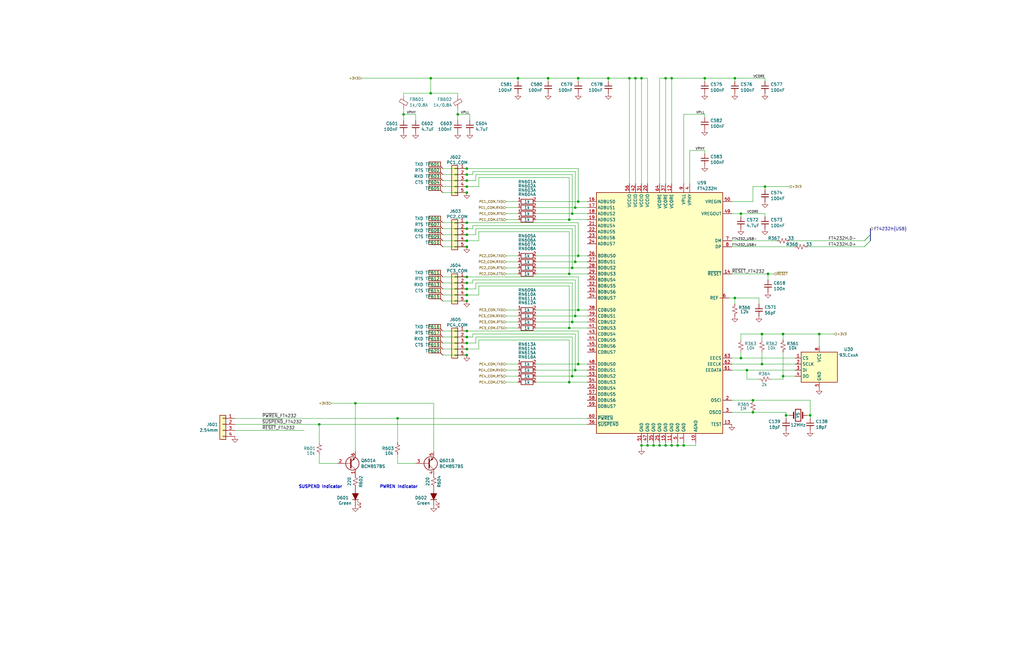
<source format=kicad_sch>
(kicad_sch (version 20250114) (generator "eeschema") (generator_version "9.0")
  (paper "B")
  (bus_alias "USB" (members "D+" "D-" "PWR_SW"))
  (text "PWREN Indicator" (at 168.148 205.486 0) (effects (font (size 1.27 1.27) (thickness 0.254) (bold yes))))
  (text "SUSPEND Indicator" (at 135.128 205.486 0) (effects (font (size 1.27 1.27) (thickness 0.254) (bold yes))))
  (junction (at 256.54 33.02))
  (junction (at 297.18 33.02))
  (junction (at 265.43 33.02))
  (junction (at 345.44 140.97))
  (junction (at 193.04 48.26))
  (junction (at 196.85 144.78))
  (junction (at 243.84 153.67))
  (junction (at 317.5 173.99))
  (junction (at 283.21 33.02))
  (junction (at 196.85 81.28))
  (junction (at 317.5 168.91))
  (junction (at 273.05 187.96))
  (junction (at 181.61 33.02))
  (junction (at 241.3 90.17))
  (junction (at 181.61 39.37))
  (junction (at 149.86 170.18))
  (junction (at 196.85 142.24))
  (junction (at 321.31 140.97))
  (junction (at 331.47 175.26))
  (junction (at 196.85 101.6))
  (junction (at 267.97 33.02))
  (junction (at 196.85 93.98))
  (junction (at 231.14 33.02))
  (junction (at 196.85 96.52))
  (junction (at 285.75 187.96))
  (junction (at 242.57 110.49))
  (junction (at 330.2 140.97))
  (junction (at 134.62 179.07))
  (junction (at 312.42 90.17))
  (junction (at 243.84 107.95))
  (junction (at 242.57 133.35))
  (junction (at 218.44 33.02))
  (junction (at 270.51 33.02))
  (junction (at 167.64 176.53))
  (junction (at 321.31 153.67))
  (junction (at 270.51 187.96))
  (junction (at 196.85 73.66))
  (junction (at 196.85 139.7))
  (junction (at 196.85 76.2))
  (junction (at 196.85 147.32))
  (junction (at 196.85 99.06))
  (junction (at 240.03 161.29))
  (junction (at 288.29 187.96))
  (junction (at 243.84 85.09))
  (junction (at 280.67 33.02))
  (junction (at 241.3 158.75))
  (junction (at 196.85 78.74))
  (junction (at 240.03 115.57))
  (junction (at 242.57 87.63))
  (junction (at 196.85 121.92))
  (junction (at 330.2 158.75))
  (junction (at 240.03 138.43))
  (junction (at 196.85 104.14))
  (junction (at 196.85 119.38))
  (junction (at 196.85 124.46))
  (junction (at 243.84 33.02))
  (junction (at 341.63 175.26))
  (junction (at 170.18 48.26))
  (junction (at 241.3 113.03))
  (junction (at 196.85 116.84))
  (junction (at 312.42 151.13))
  (junction (at 240.03 92.71))
  (junction (at 280.67 187.96))
  (junction (at 309.88 33.02))
  (junction (at 323.85 115.57))
  (junction (at 322.58 78.74))
  (junction (at 196.85 71.12))
  (junction (at 242.57 156.21))
  (junction (at 275.59 187.96))
  (junction (at 314.96 156.21))
  (junction (at 278.13 187.96))
  (junction (at 196.85 149.86))
  (junction (at 309.88 125.73))
  (junction (at 196.85 127))
  (junction (at 241.3 135.89))
  (junction (at 243.84 130.81))
  (junction (at 283.21 187.96))
  (bus_entry (at 367.03 99.06) (size -2.54 2.54))
  (bus_entry (at 367.03 99.06) (size -2.54 2.54))
  (bus_entry (at 367.03 101.6) (size -2.54 2.54))
  (bus_entry (at 367.03 101.6) (size -2.54 2.54))
  (wire (pts (xy 243.84 33.02) (xy 231.14 33.02)))
  (wire (pts (xy 240.03 115.57) (xy 247.65 115.57)))
  (wire (pts (xy 320.04 128.27) (xy 320.04 125.73)))
  (wire (pts (xy 196.85 147.32) (xy 186.69 147.32)))
  (wire (pts (xy 226.06 115.57) (xy 240.03 115.57)))
  (wire (pts (xy 351.79 140.97) (xy 345.44 140.97)))
  (wire (pts (xy 213.36 87.63) (xy 218.44 87.63)))
  (wire (pts (xy 241.3 90.17) (xy 247.65 90.17)))
  (wire (pts (xy 309.88 125.73) (xy 309.88 128.27)))
  (wire (pts (xy 226.06 133.35) (xy 242.57 133.35)))
  (wire (pts (xy 278.13 186.69) (xy 278.13 187.96)))
  (wire (pts (xy 297.18 63.5) (xy 290.83 63.5)))
  (wire (pts (xy 201.93 97.79) (xy 240.03 97.79)))
  (wire (pts (xy 308.61 101.6) (xy 327.66 101.6)))
  (wire (pts (xy 288.29 187.96) (xy 293.37 187.96)))
  (wire (pts (xy 267.97 33.02) (xy 270.51 33.02)))
  (wire (pts (xy 312.42 140.97) (xy 312.42 143.51)))
  (wire (pts (xy 317.5 78.74) (xy 322.58 78.74)))
  (wire (pts (xy 341.63 176.53) (xy 341.63 175.26)))
  (wire (pts (xy 196.85 116.84) (xy 243.84 116.84)))
  (wire (pts (xy 320.04 160.02) (xy 314.96 160.02)))
  (wire (pts (xy 280.67 33.02) (xy 278.13 33.02)))
  (wire (pts (xy 270.51 33.02) (xy 270.51 77.47)))
  (wire (pts (xy 267.97 33.02) (xy 267.97 77.47)))
  (wire (pts (xy 196.85 121.92) (xy 200.66 121.92)))
  (wire (pts (xy 308.61 90.17) (xy 312.42 90.17)))
  (wire (pts (xy 181.61 39.37) (xy 193.04 39.37)))
  (wire (pts (xy 317.5 85.09) (xy 317.5 78.74)))
  (wire (pts (xy 332.74 101.6) (xy 364.49 101.6)))
  (wire (pts (xy 331.47 173.99) (xy 331.47 175.26)))
  (wire (pts (xy 170.18 48.26) (xy 170.18 50.8)))
  (wire (pts (xy 199.39 73.66) (xy 199.39 72.39)))
  (wire (pts (xy 243.84 71.12) (xy 243.84 85.09)))
  (wire (pts (xy 170.18 39.37) (xy 181.61 39.37)))
  (wire (pts (xy 312.42 148.59) (xy 312.42 151.13)))
  (wire (pts (xy 308.61 85.09) (xy 317.5 85.09)))
  (wire (pts (xy 213.36 85.09) (xy 218.44 85.09)))
  (wire (pts (xy 314.96 156.21) (xy 314.96 160.02)))
  (wire (pts (xy 193.04 48.26) (xy 193.04 45.72)))
  (wire (pts (xy 213.36 138.43) (xy 218.44 138.43)))
  (wire (pts (xy 213.36 90.17) (xy 218.44 90.17)))
  (wire (pts (xy 226.06 85.09) (xy 243.84 85.09)))
  (wire (pts (xy 196.85 81.28) (xy 186.69 81.28)))
  (wire (pts (xy 331.47 176.53) (xy 331.47 175.26)))
  (wire (pts (xy 182.88 190.5) (xy 182.88 170.18)))
  (wire (pts (xy 242.57 156.21) (xy 247.65 156.21)))
  (wire (pts (xy 288.29 48.26) (xy 288.29 77.47)))
  (wire (pts (xy 201.93 124.46) (xy 201.93 120.65)))
  (wire (pts (xy 198.12 48.26) (xy 193.04 48.26)))
  (wire (pts (xy 326.39 115.57) (xy 323.85 115.57)))
  (wire (pts (xy 256.54 33.02) (xy 265.43 33.02)))
  (wire (pts (xy 193.04 48.26) (xy 193.04 50.8)))
  (wire (pts (xy 196.85 124.46) (xy 186.69 124.46)))
  (wire (pts (xy 242.57 87.63) (xy 247.65 87.63)))
  (wire (pts (xy 280.67 187.96) (xy 283.21 187.96)))
  (wire (pts (xy 241.3 135.89) (xy 247.65 135.89)))
  (wire (pts (xy 196.85 119.38) (xy 199.39 119.38)))
  (wire (pts (xy 283.21 33.02) (xy 297.18 33.02)))
  (wire (pts (xy 200.66 99.06) (xy 200.66 96.52)))
  (wire (pts (xy 196.85 121.92) (xy 186.69 121.92)))
  (wire (pts (xy 196.85 139.7) (xy 243.84 139.7)))
  (wire (pts (xy 201.93 147.32) (xy 201.93 143.51)))
  (wire (pts (xy 201.93 74.93) (xy 240.03 74.93)))
  (wire (pts (xy 308.61 151.13) (xy 312.42 151.13)))
  (wire (pts (xy 309.88 33.02) (xy 297.18 33.02)))
  (wire (pts (xy 201.93 120.65) (xy 240.03 120.65)))
  (wire (pts (xy 288.29 187.96) (xy 285.75 187.96)))
  (wire (pts (xy 321.31 153.67) (xy 335.28 153.67)))
  (wire (pts (xy 283.21 187.96) (xy 285.75 187.96)))
  (wire (pts (xy 200.66 73.66) (xy 241.3 73.66)))
  (wire (pts (xy 213.36 156.21) (xy 218.44 156.21)))
  (wire (pts (xy 226.06 87.63) (xy 242.57 87.63)))
  (wire (pts (xy 196.85 142.24) (xy 186.69 142.24)))
  (wire (pts (xy 280.67 33.02) (xy 280.67 77.47)))
  (wire (pts (xy 196.85 99.06) (xy 200.66 99.06)))
  (wire (pts (xy 317.5 173.99) (xy 331.47 173.99)))
  (wire (pts (xy 265.43 33.02) (xy 267.97 33.02)))
  (wire (pts (xy 196.85 76.2) (xy 200.66 76.2)))
  (wire (pts (xy 321.31 140.97) (xy 312.42 140.97)))
  (wire (pts (xy 309.88 33.02) (xy 322.58 33.02)))
  (wire (pts (xy 322.58 91.44) (xy 322.58 90.17)))
  (wire (pts (xy 240.03 143.51) (xy 240.03 161.29)))
  (wire (pts (xy 199.39 96.52) (xy 199.39 95.25)))
  (wire (pts (xy 231.14 34.29) (xy 231.14 33.02)))
  (wire (pts (xy 134.62 186.69) (xy 134.62 179.07)))
  (wire (pts (xy 309.88 34.29) (xy 309.88 33.02)))
  (wire (pts (xy 213.36 133.35) (xy 218.44 133.35)))
  (wire (pts (xy 196.85 78.74) (xy 186.69 78.74)))
  (wire (pts (xy 213.36 113.03) (xy 218.44 113.03)))
  (wire (pts (xy 213.36 153.67) (xy 218.44 153.67)))
  (wire (pts (xy 241.3 73.66) (xy 241.3 90.17)))
  (wire (pts (xy 240.03 97.79) (xy 240.03 115.57)))
  (wire (pts (xy 226.06 161.29) (xy 240.03 161.29)))
  (wire (pts (xy 322.58 34.29) (xy 322.58 33.02)))
  (wire (pts (xy 308.61 173.99) (xy 317.5 173.99)))
  (wire (pts (xy 198.12 48.26) (xy 198.12 50.8)))
  (wire (pts (xy 321.31 140.97) (xy 321.31 143.51)))
  (wire (pts (xy 243.84 130.81) (xy 247.65 130.81)))
  (wire (pts (xy 241.3 96.52) (xy 241.3 113.03)))
  (wire (pts (xy 226.06 130.81) (xy 243.84 130.81)))
  (wire (pts (xy 275.59 187.96) (xy 273.05 187.96)))
  (wire (pts (xy 196.85 124.46) (xy 201.93 124.46)))
  (wire (pts (xy 139.7 170.18) (xy 149.86 170.18)))
  (wire (pts (xy 323.85 118.11) (xy 323.85 115.57)))
  (wire (pts (xy 321.31 148.59) (xy 321.31 153.67)))
  (wire (pts (xy 196.85 127) (xy 186.69 127)))
  (wire (pts (xy 170.18 40.64) (xy 170.18 39.37)))
  (wire (pts (xy 196.85 139.7) (xy 186.69 139.7)))
  (wire (pts (xy 314.96 156.21) (xy 335.28 156.21)))
  (wire (pts (xy 293.37 186.69) (xy 293.37 187.96)))
  (wire (pts (xy 134.62 195.58) (xy 142.24 195.58)))
  (wire (pts (xy 196.85 144.78) (xy 200.66 144.78)))
  (wire (pts (xy 200.66 142.24) (xy 241.3 142.24)))
  (wire (pts (xy 226.06 90.17) (xy 241.3 90.17)))
  (wire (pts (xy 330.2 158.75) (xy 335.28 158.75)))
  (wire (pts (xy 181.61 39.37) (xy 181.61 33.02)))
  (wire (pts (xy 312.42 151.13) (xy 335.28 151.13)))
  (wire (pts (xy 240.03 74.93) (xy 240.03 92.71)))
  (wire (pts (xy 226.06 92.71) (xy 240.03 92.71)))
  (wire (pts (xy 241.3 142.24) (xy 241.3 158.75)))
  (wire (pts (xy 199.39 118.11) (xy 242.57 118.11)))
  (wire (pts (xy 322.58 78.74) (xy 332.74 78.74)))
  (wire (pts (xy 273.05 33.02) (xy 273.05 77.47)))
  (wire (pts (xy 196.85 144.78) (xy 186.69 144.78)))
  (wire (pts (xy 243.84 116.84) (xy 243.84 130.81)))
  (wire (pts (xy 201.93 101.6) (xy 201.93 97.79)))
  (wire (pts (xy 196.85 73.66) (xy 186.69 73.66)))
  (wire (pts (xy 270.51 186.69) (xy 270.51 187.96)))
  (wire (pts (xy 226.06 110.49) (xy 242.57 110.49)))
  (wire (pts (xy 196.85 76.2) (xy 186.69 76.2)))
  (wire (pts (xy 283.21 33.02) (xy 283.21 77.47)))
  (wire (pts (xy 242.57 110.49) (xy 247.65 110.49)))
  (wire (pts (xy 330.2 160.02) (xy 330.2 158.75)))
  (wire (pts (xy 213.36 158.75) (xy 218.44 158.75)))
  (wire (pts (xy 308.61 115.57) (xy 323.85 115.57)))
  (wire (pts (xy 134.62 179.07) (xy 247.65 179.07)))
  (wire (pts (xy 226.06 113.03) (xy 241.3 113.03)))
  (wire (pts (xy 196.85 101.6) (xy 186.69 101.6)))
  (wire (pts (xy 196.85 71.12) (xy 243.84 71.12)))
  (wire (pts (xy 241.3 119.38) (xy 241.3 135.89)))
  (wire (pts (xy 199.39 72.39) (xy 242.57 72.39)))
  (wire (pts (xy 99.06 181.61) (xy 128.27 181.61)))
  (wire (pts (xy 240.03 138.43) (xy 247.65 138.43)))
  (wire (pts (xy 243.84 107.95) (xy 247.65 107.95)))
  (wire (pts (xy 320.04 125.73) (xy 309.88 125.73)))
  (wire (pts (xy 167.64 195.58) (xy 175.26 195.58)))
  (wire (pts (xy 226.06 107.95) (xy 243.84 107.95)))
  (wire (pts (xy 196.85 101.6) (xy 201.93 101.6)))
  (wire (pts (xy 243.84 139.7) (xy 243.84 153.67)))
  (wire (pts (xy 226.06 138.43) (xy 240.03 138.43)))
  (wire (pts (xy 196.85 96.52) (xy 186.69 96.52)))
  (wire (pts (xy 240.03 120.65) (xy 240.03 138.43)))
  (wire (pts (xy 325.12 160.02) (xy 330.2 160.02)))
  (wire (pts (xy 152.4 33.02) (xy 181.61 33.02)))
  (wire (pts (xy 196.85 93.98) (xy 243.84 93.98)))
  (wire (pts (xy 297.18 49.53) (xy 297.18 48.26)))
  (wire (pts (xy 134.62 191.77) (xy 134.62 195.58)))
  (wire (pts (xy 201.93 78.74) (xy 201.93 74.93)))
  (wire (pts (xy 241.3 113.03) (xy 247.65 113.03)))
  (wire (pts (xy 99.06 179.07) (xy 134.62 179.07)))
  (wire (pts (xy 256.54 34.29) (xy 256.54 33.02)))
  (wire (pts (xy 330.2 158.75) (xy 330.2 148.59)))
  (wire (pts (xy 242.57 95.25) (xy 242.57 110.49)))
  (wire (pts (xy 199.39 95.25) (xy 242.57 95.25)))
  (bus (pts (xy 367.03 96.52) (xy 367.03 99.06)))
  (wire (pts (xy 200.66 96.52) (xy 241.3 96.52)))
  (wire (pts (xy 345.44 140.97) (xy 345.44 146.05)))
  (wire (pts (xy 200.66 119.38) (xy 241.3 119.38)))
  (wire (pts (xy 242.57 72.39) (xy 242.57 87.63)))
  (wire (pts (xy 273.05 186.69) (xy 273.05 187.96)))
  (wire (pts (xy 99.06 176.53) (xy 167.64 176.53)))
  (wire (pts (xy 275.59 186.69) (xy 275.59 187.96)))
  (wire (pts (xy 243.84 33.02) (xy 256.54 33.02)))
  (wire (pts (xy 308.61 104.14) (xy 335.28 104.14)))
  (wire (pts (xy 273.05 33.02) (xy 270.51 33.02)))
  (wire (pts (xy 200.66 76.2) (xy 200.66 73.66)))
  (wire (pts (xy 331.47 175.26) (xy 332.74 175.26)))
  (wire (pts (xy 312.42 90.17) (xy 322.58 90.17)))
  (wire (pts (xy 196.85 149.86) (xy 186.69 149.86)))
  (wire (pts (xy 341.63 175.26) (xy 340.36 175.26)))
  (wire (pts (xy 213.36 161.29) (xy 218.44 161.29)))
  (wire (pts (xy 196.85 104.14) (xy 186.69 104.14)))
  (wire (pts (xy 200.66 121.92) (xy 200.66 119.38)))
  (wire (pts (xy 149.86 190.5) (xy 149.86 170.18)))
  (wire (pts (xy 196.85 73.66) (xy 199.39 73.66)))
  (wire (pts (xy 265.43 33.02) (xy 265.43 77.47)))
  (wire (pts (xy 308.61 168.91) (xy 317.5 168.91)))
  (wire (pts (xy 241.3 158.75) (xy 247.65 158.75)))
  (wire (pts (xy 243.84 153.67) (xy 247.65 153.67)))
  (wire (pts (xy 273.05 187.96) (xy 270.51 187.96)))
  (wire (pts (xy 297.18 64.77) (xy 297.18 63.5)))
  (wire (pts (xy 283.21 33.02) (xy 280.67 33.02)))
  (wire (pts (xy 226.06 135.89) (xy 241.3 135.89)))
  (wire (pts (xy 280.67 187.96) (xy 278.13 187.96)))
  (wire (pts (xy 270.51 187.96) (xy 270.51 189.23)))
  (wire (pts (xy 317.5 168.91) (xy 341.63 168.91)))
  (wire (pts (xy 213.36 135.89) (xy 218.44 135.89)))
  (wire (pts (xy 280.67 186.69) (xy 280.67 187.96)))
  (wire (pts (xy 213.36 115.57) (xy 218.44 115.57)))
  (wire (pts (xy 226.06 158.75) (xy 241.3 158.75)))
  (wire (pts (xy 213.36 130.81) (xy 218.44 130.81)))
  (wire (pts (xy 167.64 176.53) (xy 247.65 176.53)))
  (wire (pts (xy 243.84 85.09) (xy 247.65 85.09)))
  (wire (pts (xy 278.13 187.96) (xy 275.59 187.96)))
  (wire (pts (xy 226.06 156.21) (xy 242.57 156.21)))
  (wire (pts (xy 167.64 191.77) (xy 167.64 195.58)))
  (wire (pts (xy 297.18 48.26) (xy 288.29 48.26)))
  (wire (pts (xy 181.61 33.02) (xy 218.44 33.02)))
  (wire (pts (xy 283.21 186.69) (xy 283.21 187.96)))
  (wire (pts (xy 288.29 186.69) (xy 288.29 187.96)))
  (wire (pts (xy 213.36 107.95) (xy 218.44 107.95)))
  (wire (pts (xy 330.2 140.97) (xy 321.31 140.97)))
  (wire (pts (xy 240.03 161.29) (xy 247.65 161.29)))
  (wire (pts (xy 196.85 142.24) (xy 199.39 142.24)))
  (wire (pts (xy 196.85 116.84) (xy 186.69 116.84)))
  (wire (pts (xy 196.85 96.52) (xy 199.39 96.52)))
  (wire (pts (xy 243.84 34.29) (xy 243.84 33.02)))
  (wire (pts (xy 196.85 119.38) (xy 186.69 119.38)))
  (wire (pts (xy 175.26 48.26) (xy 175.26 50.8)))
  (wire (pts (xy 341.63 168.91) (xy 341.63 175.26)))
  (wire (pts (xy 312.42 90.17) (xy 312.42 91.44)))
  (wire (pts (xy 308.61 153.67) (xy 321.31 153.67)))
  (wire (pts (xy 345.44 140.97) (xy 330.2 140.97)))
  (wire (pts (xy 242.57 118.11) (xy 242.57 133.35)))
  (wire (pts (xy 213.36 110.49) (xy 218.44 110.49)))
  (wire (pts (xy 199.39 119.38) (xy 199.39 118.11)))
  (wire (pts (xy 297.18 34.29) (xy 297.18 33.02)))
  (wire (pts (xy 213.36 92.71) (xy 218.44 92.71)))
  (wire (pts (xy 196.85 93.98) (xy 186.69 93.98)))
  (wire (pts (xy 196.85 147.32) (xy 201.93 147.32)))
  (wire (pts (xy 308.61 156.21) (xy 314.96 156.21)))
  (wire (pts (xy 322.58 80.01) (xy 322.58 78.74)))
  (wire (pts (xy 290.83 63.5) (xy 290.83 77.47)))
  (wire (pts (xy 242.57 133.35) (xy 247.65 133.35)))
  (wire (pts (xy 242.57 140.97) (xy 242.57 156.21)))
  (wire (pts (xy 199.39 142.24) (xy 199.39 140.97)))
  (wire (pts (xy 175.26 48.26) (xy 170.18 48.26)))
  (bus (pts (xy 367.03 99.06) (xy 367.03 101.6)))
  (wire (pts (xy 167.64 186.69) (xy 167.64 176.53)))
  (wire (pts (xy 201.93 143.51) (xy 240.03 143.51)))
  (wire (pts (xy 309.88 125.73) (xy 307.34 125.73)))
  (wire (pts (xy 170.18 48.26) (xy 170.18 45.72)))
  (wire (pts (xy 196.85 99.06) (xy 186.69 99.06)))
  (wire (pts (xy 196.85 71.12) (xy 186.69 71.12)))
  (wire (pts (xy 240.03 92.71) (xy 247.65 92.71)))
  (wire (pts (xy 285.75 186.69) (xy 285.75 187.96)))
  (wire (pts (xy 330.2 140.97) (xy 330.2 143.51)))
  (wire (pts (xy 340.36 104.14) (xy 364.49 104.14)))
  (wire (pts (xy 193.04 40.64) (xy 193.04 39.37)))
  (wire (pts (xy 149.86 170.18) (xy 182.88 170.18)))
  (wire (pts (xy 243.84 93.98) (xy 243.84 107.95)))
  (wire (pts (xy 226.06 153.67) (xy 243.84 153.67)))
  (wire (pts (xy 278.13 33.02) (xy 278.13 77.47)))
  (wire (pts (xy 231.14 33.02) (xy 218.44 33.02)))
  (wire (pts (xy 199.39 140.97) (xy 242.57 140.97)))
  (wire (pts (xy 196.85 78.74) (xy 201.93 78.74)))
  (wire (pts (xy 200.66 144.78) (xy 200.66 142.24)))
  (wire (pts (xy 218.44 34.29) (xy 218.44 33.02)))
  (label "~{SUSPEND}_FT4232" (at 110.49 179.07 0))
  (label "VPHY" (at 297.18 63.5 180) (effects (font (size 1 1))))
  (label "VPLL" (at 297.18 48.26 180) (effects (font (size 1 1))))
  (label "FT4232H.D+" (at 349.25 104.14 0))
  (label "~{RESET}_FT4232" (at 110.5243 181.61 0))
  (label "VPLL" (at 194.31 48.26 0) (effects (font (size 1 1))))
  (label "FT4232_USB-" (at 308.61 101.6 0) (effects (font (size 1 1))))
  (label "~{PWREN}_FT4232" (at 110.5243 176.53 0))
  (label "FT4232_USB+" (at 308.61 104.14 0) (effects (font (size 1 1))))
  (label "VCORE" (at 314.96 90.17 0) (effects (font (size 1 1))))
  (label "~{RESET}_FT4232" (at 308.61 115.57 0))
  (label "VCORE" (at 322.58 33.02 180) (effects (font (size 1 1))))
  (label "VPHY" (at 171.45 48.26 0) (effects (font (size 1 1))))
  (label "FT4232H.D-" (at 349.25 101.6 0))
  (hierarchical_label "PC1_COM.CTS" (shape input) (at 213.36 92.71 180) (effects (font (size 1 1))))
  (hierarchical_label "PC1_COM.TXD" (shape input) (at 213.36 85.09 180) (effects (font (size 1 1))))
  (hierarchical_label "+3V3" (shape input) (at 139.7 170.18 180) (effects (font (size 1 1))))
  (hierarchical_label "PC2_COM.RTS" (shape input) (at 213.36 113.03 180) (effects (font (size 1 1))))
  (hierarchical_label "+3V3" (shape input) (at 152.4 33.02 180) (effects (font (size 1 1))))
  (hierarchical_label "PC1_COM.RTS" (shape input) (at 213.36 90.17 180) (effects (font (size 1 1))))
  (hierarchical_label "PC4_COM.RTS" (shape input) (at 213.36 158.75 180) (effects (font (size 1 1))))
  (hierarchical_label "PC4_COM.TXD" (shape input) (at 213.36 153.67 180) (effects (font (size 1 1))))
  (hierarchical_label "PC4_COM.CTS" (shape input) (at 213.36 161.29 180) (effects (font (size 1 1))))
  (hierarchical_label "PC1_COM.RXD" (shape input) (at 213.36 87.63 180) (effects (font (size 1 1))))
  (hierarchical_label "PC3_COM.RXD" (shape input) (at 213.36 133.35 180) (effects (font (size 1 1))))
  (hierarchical_label "PC2_COM.CTS" (shape input) (at 213.36 115.57 180) (effects (font (size 1 1))))
  (hierarchical_label "~{RESET}" (shape input) (at 326.39 115.57 0) (effects (font (size 1 1))))
  (hierarchical_label "PC3_COM.TXD" (shape input) (at 213.36 130.81 180) (effects (font (size 1 1))))
  (hierarchical_label "PC2_COM.RXD" (shape input) (at 213.36 110.49 180) (effects (font (size 1 1))))
  (hierarchical_label "PC2_COM.TXD" (shape input) (at 213.36 107.95 180) (effects (font (size 1 1))))
  (hierarchical_label "FT4232H{USB}" (shape bidirectional) (at 367.03 96.52 0))
  (hierarchical_label "PC4_COM.RXD" (shape input) (at 213.36 156.21 180) (effects (font (size 1 1))))
  (hierarchical_label "+3V3" (shape input) (at 351.79 140.97 0) (effects (font (size 1 1))))
  (hierarchical_label "PC3_COM.CTS" (shape input) (at 213.36 138.43 180) (effects (font (size 1 1))))
  (hierarchical_label "PC3_COM.RTS" (shape input) (at 213.36 135.89 180) (effects (font (size 1 1))))
  (hierarchical_label "+3V3" (shape input) (at 332.74 78.74 0) (effects (font (size 1 1))))
  (symbol (lib_id "power:GND") (at 170.18 55.88 0) (mirror y) (unit 1)
    (property "Reference" "#PWR0603" (effects (hide yes)))
    (property "Value" "GND" (effects (hide yes)))
    (property "Description" "Power symbol creates a global label with name \"GND\" , ground" (effects (hide yes)))
  )
  (symbol (lib_id "Device:R_Small_US") (at 312.42 146.05 0) (mirror y) (unit 1)
    (property "Reference" "R606" (at 316.484 145.034 0))
    (property "Value" "10k" (at 316.484 146.812 0))
    (property "Footprint" "Resistor_SMD:R_0402_1005Metric" (effects (hide yes)))
    (property "Description" "Resistor, small US symbol" (effects (hide yes)))
    (instances (project "PilotAudioPanel" (path "" (reference "R363") (unit 1))) (project "COM Switcher" (path "" (reference "R606") (unit 1))))
  )
  (symbol (lib_id "Connector:TestPoint_Flag") (at 186.69 124.46 0) (mirror y) (unit 1)
    (property "Reference" "TP614" (at 185.42 122.682 0) (effects (justify left)))
    (property "Value" "CTS" (at 178.562 122.682 0) (effects (justify left)))
    (property "Footprint" "Libraries:KEYSTONE_5017" (effects (hide yes)))
    (property "Description" "test point (alternative flag-style design)" (effects (hide yes)))
  )
  (symbol (lib_id "power:GND") (at 149.86 213.36 0) (unit 1)
    (property "Reference" "#PWR0602" (effects (hide yes)))
    (property "Value" "GND" (effects (hide yes)))
    (property "Description" "Power symbol creates a global label with name \"GND\" , ground" (effects (hide yes)))
  )
  (symbol (lib_id "Library_MicSwitcher:R_Network04_Split") (at 222.25 135.89 90) (unit 1)
    (property "Reference" "RN611" (at 222.25 125.984 90))
    (property "Value" "1k" (at 222.25 135.89 90))
    (property "Footprint" "Resistor_SMD:R_Array_Convex_4x1206" (effects (hide yes)))
    (property "Datasheet" "http://www.vishay.com/docs/31509/csc.pdf" (effects (hide yes)))
    (property "Description" "4 resistor network, star topology, bussed resistors, split" (effects (hide yes)))
  )
  (symbol (lib_id "Library_MicSwitcher:R_Network04_Split") (at 222.25 158.75 90) (unit 1)
    (property "Reference" "RN615" (at 222.25 148.844 90))
    (property "Value" "1k" (at 222.25 158.75 90))
    (property "Footprint" "Resistor_SMD:R_Array_Convex_4x1206" (effects (hide yes)))
    (property "Datasheet" "http://www.vishay.com/docs/31509/csc.pdf" (effects (hide yes)))
    (property "Description" "4 resistor network, star topology, bussed resistors, split" (effects (hide yes)))
  )
  (symbol (lib_id "Library_MicSwitcher:R_Network04_Split") (at 222.25 90.17 90) (unit 1)
    (property "Reference" "RN603" (at 222.25 80.264 90))
    (property "Value" "1k" (at 222.25 90.17 90))
    (property "Footprint" "Resistor_SMD:R_Array_Convex_4x1206" (effects (hide yes)))
    (property "Datasheet" "http://www.vishay.com/docs/31509/csc.pdf" (effects (hide yes)))
    (property "Description" "4 resistor network, star topology, bussed resistors, split" (effects (hide yes)))
  )
  (symbol (lib_id "Library_MicSwitcher:R_Network04_Split") (at 222.25 113.03 90) (unit 1)
    (property "Reference" "RN607" (at 222.25 103.124 90))
    (property "Value" "1k" (at 222.25 113.03 90))
    (property "Footprint" "Resistor_SMD:R_Array_Convex_4x1206" (effects (hide yes)))
    (property "Datasheet" "http://www.vishay.com/docs/31509/csc.pdf" (effects (hide yes)))
    (property "Description" "4 resistor network, star topology, bussed resistors, split" (effects (hide yes)))
  )
  (symbol (lib_id "Connector:TestPoint_Flag") (at 186.69 119.38 0) (mirror y) (unit 1)
    (property "Reference" "TP612" (at 185.42 117.602 0) (effects (justify left)))
    (property "Value" "RTS" (at 178.562 117.602 0) (effects (justify left)))
    (property "Footprint" "Libraries:KEYSTONE_5017" (effects (hide yes)))
    (property "Description" "test point (alternative flag-style design)" (effects (hide yes)))
  )
  (symbol (lib_id "power:GND") (at 231.14 39.37 0) (mirror y) (unit 1)
    (property "Reference" "#PWR0613" (effects (hide yes)))
    (property "Value" "GND" (effects (hide yes)))
    (property "Description" "Power symbol creates a global label with name \"GND\" , ground" (effects (hide yes)))
    (instances (project "PilotAudioPanel" (path "" (reference "#PWR0751") (unit 1))) (project "COM Switcher" (path "" (reference "#PWR0613") (unit 1))))
  )
  (symbol (lib_id "Device:R_Small_US") (at 321.31 146.05 0) (mirror y) (unit 1)
    (property "Reference" "R608" (at 325.374 145.034 0))
    (property "Value" "10k" (at 325.374 146.812 0))
    (property "Footprint" "Resistor_SMD:R_0402_1005Metric" (effects (hide yes)))
    (property "Description" "Resistor, small US symbol" (effects (hide yes)))
    (instances (project "PilotAudioPanel" (path "" (reference "R362") (unit 1))) (project "COM Switcher" (path "" (reference "R608") (unit 1))))
  )
  (symbol (lib_id "Connector:TestPoint_Flag") (at 186.69 93.98 0) (mirror y) (unit 1)
    (property "Reference" "TP606" (at 185.42 92.202 0) (effects (justify left)))
    (property "Value" "TXD" (at 178.562 92.202 0) (effects (justify left)))
    (property "Footprint" "Libraries:KEYSTONE_5017" (effects (hide yes)))
    (property "Description" "test point (alternative flag-style design)" (effects (hide yes)))
  )
  (symbol (lib_id "Connector:TestPoint_Flag") (at 186.69 99.06 0) (mirror y) (unit 1)
    (property "Reference" "TP608" (at 185.42 97.282 0) (effects (justify left)))
    (property "Value" "RXD" (at 178.562 97.282 0) (effects (justify left)))
    (property "Footprint" "Libraries:KEYSTONE_5017" (effects (hide yes)))
    (property "Description" "test point (alternative flag-style design)" (effects (hide yes)))
  )
  (symbol (lib_id "Connector:TestPoint_Flag") (at 186.69 81.28 0) (mirror y) (unit 1)
    (property "Reference" "TP605" (at 185.42 79.502 0) (effects (justify left)))
    (property "Footprint" "Libraries:KEYSTONE_5017" (effects (hide yes)))
    (property "Description" "test point (alternative flag-style design)" (effects (hide yes)))
  )
  (symbol (lib_id "Device:C_Small") (at 218.44 36.83 0) (mirror y) (unit 1)
    (property "Reference" "C605" (at 216.1159 35.6241 0) (effects (justify left)))
    (property "Value" "100nF" (at 216.1159 38.0484 0) (effects (justify left)))
    (property "Footprint" "Capacitor_SMD:C_0402_1005Metric" (effects (hide yes)))
    (property "Description" "Unpolarized capacitor, small symbol" (effects (hide yes)))
    (instances (project "PilotAudioPanel" (path "" (reference "C581") (unit 1))) (project "COM Switcher" (path "" (reference "C605") (unit 1))))
  )
  (symbol (lib_id "Device:C_Small") (at 231.14 36.83 0) (mirror y) (unit 1)
    (property "Reference" "C606" (at 228.8159 35.6241 0) (effects (justify left)))
    (property "Value" "100nF" (at 228.8159 38.0484 0) (effects (justify left)))
    (property "Footprint" "Capacitor_SMD:C_0402_1005Metric" (effects (hide yes)))
    (property "Description" "Unpolarized capacitor, small symbol" (effects (hide yes)))
    (instances (project "PilotAudioPanel" (path "" (reference "C580") (unit 1))) (project "COM Switcher" (path "" (reference "C606") (unit 1))))
  )
  (symbol (lib_id "Device:FerriteBead_Small") (at 170.18 43.18 0) (unit 1)
    (property "Reference" "FB601" (at 172.6438 41.9297 0) (effects (justify left)))
    (property "Value" "1k/0.8A" (at 172.6438 44.354 0) (effects (justify left)))
    (property "Footprint" "Inductor_SMD:L_1206_3216Metric_Pad1.22x1.90mm_HandSolder" (effects (hide yes)))
    (property "Description" "Ferrite bead, small symbol" (effects (hide yes)))
  )
  (symbol (lib_id "Connector_Generic:Conn_01x05") (at 191.77 144.78 0) (mirror y) (unit 1)
    (property "Reference" "J605" (at 192.024 134.874 0))
    (property "Value" "PC4_COM" (at 192.786 137.16 0))
    (property "Footprint" "Connector_JST:JST_PH_S6B-PH-K_1x06_P2.00mm_Horizontal" (effects (hide yes)))
    (property "Description" "Generic connector, single row, 01x05, script generated (kicad-library-utils/schlib/autogen/connector/)" (effects (hide yes)))
  )
  (symbol (lib_id "power:GND") (at 218.44 39.37 0) (mirror y) (unit 1)
    (property "Reference" "#PWR0612" (effects (hide yes)))
    (property "Value" "GND" (effects (hide yes)))
    (property "Description" "Power symbol creates a global label with name \"GND\" , ground" (effects (hide yes)))
    (instances (project "PilotAudioPanel" (path "" (reference "#PWR0752") (unit 1))) (project "COM Switcher" (path "" (reference "#PWR0612") (unit 1))))
  )
  (symbol (lib_id "Device:R_Small_US") (at 167.64 189.23 0) (unit 1)
    (property "Reference" "R603" (at 163.576 189.23 0))
    (property "Value" "10k" (at 164.084 191.262 0))
    (property "Footprint" "Resistor_SMD:R_0402_1005Metric" (effects (hide yes)))
    (property "Description" "Resistor, small US symbol" (effects (hide yes)))
  )
  (symbol (lib_id "Transistor_BJT:DMMT5401") (at 147.32 195.58 0) (mirror x) (unit 1)
    (property "Reference" "Q601" (at 152.1714 194.3678 0) (effects (justify left)))
    (property "Value" "BCM857BS" (at 152.1714 196.7921 0) (effects (justify left)))
    (property "Footprint" "Package_TO_SOT_SMD:SOT-363_SC-70-6" (effects (hide yes)))
    (property "Datasheet" "https://www.diodes.com/assets/Datasheets/BCM857BS.pdf" (effects (hide yes)))
    (property "Description" "Dual PNP transistor, 6 pin package" (effects (hide yes)))
  )
  (symbol (lib_id "power:GND") (at 297.18 69.85 0) (unit 1)
    (property "Reference" "#PWR0619" (effects (hide yes)))
    (property "Value" "GND" (effects (hide yes)))
    (property "Description" "Power symbol creates a global label with name \"GND\" , ground" (effects (hide yes)))
    (instances (project "PilotAudioPanel" (path "" (reference "#PWR0754") (unit 1))) (project "COM Switcher" (path "" (reference "#PWR0619") (unit 1))))
  )
  (symbol (lib_id "Connector:TestPoint_Flag") (at 186.69 149.86 0) (mirror y) (unit 1)
    (property "Reference" "TP620" (at 185.42 148.082 0) (effects (justify left)))
    (property "Footprint" "Libraries:KEYSTONE_5017" (effects (hide yes)))
    (property "Description" "test point (alternative flag-style design)" (effects (hide yes)))
  )
  (symbol (lib_id "Device:R_Small_US") (at 149.86 203.2 180) (unit 1)
    (property "Reference" "R602" (at 152.146 203.2 90))
    (property "Value" "220" (at 147.32 203.2 90))
    (property "Footprint" "Resistor_SMD:R_0402_1005Metric" (effects (hide yes)))
    (property "Description" "Resistor, small US symbol" (effects (hide yes)))
  )
  (symbol (lib_id "Device:C_Small") (at 175.26 53.34 0) (unit 1)
    (property "Reference" "C602" (at 177.5841 52.1341 0) (effects (justify left)))
    (property "Value" "4.7uF" (at 177.5841 54.5584 0) (effects (justify left)))
    (property "Footprint" "Capacitor_SMD:C_0603_1608Metric" (effects (hide yes)))
    (property "Description" "Unpolarized capacitor, small symbol" (effects (hide yes)))
  )
  (symbol (lib_id "power:GND") (at 331.47 181.61 0) (mirror y) (unit 1)
    (property "Reference" "#PWR0629" (effects (hide yes)))
    (property "Value" "GND" (effects (hide yes)))
    (property "Description" "Power symbol creates a global label with name \"GND\" , ground" (effects (hide yes)))
    (instances (project "PilotAudioPanel" (path "" (reference "#PWR0237") (unit 1))) (project "COM Switcher" (path "" (reference "#PWR0629") (unit 1))))
  )
  (symbol (lib_id "power:GND") (at 243.84 39.37 0) (mirror y) (unit 1)
    (property "Reference" "#PWR0614" (effects (hide yes)))
    (property "Value" "GND" (effects (hide yes)))
    (property "Description" "Power symbol creates a global label with name \"GND\" , ground" (effects (hide yes)))
    (instances (project "PilotAudioPanel" (path "" (reference "#PWR0750") (unit 1))) (project "COM Switcher" (path "" (reference "#PWR0614") (unit 1))))
  )
  (symbol (lib_id "power:GND") (at 309.88 133.35 0) (unit 1)
    (property "Reference" "#PWR0622" (effects (hide yes)))
    (property "Value" "GND" (effects (hide yes)))
    (property "Description" "Power symbol creates a global label with name \"GND\" , ground" (effects (hide yes)))
    (instances (project "PilotAudioPanel" (path "" (reference "#PWR0741") (unit 1))) (project "COM Switcher" (path "" (reference "#PWR0622") (unit 1))))
  )
  (symbol (lib_id "Device:LED_Filled") (at 149.86 209.55 90) (unit 1)
    (property "Reference" "D601" (at 147.066 210.058 90) (effects (justify left)))
    (property "Value" "Green" (at 148.336 212.344 90) (effects (justify left)))
    (property "Footprint" "LED_SMD:LED_0603_1608Metric" (effects (hide yes)))
    (property "Description" "Light emitting diode, filled shape" (effects (hide yes)))
    (property "DigiKey Part Number" "732-5016-ND" (effects (hide yes)))
  )
  (symbol (lib_id "Device:C_Small") (at 322.58 93.98 0) (unit 1)
    (property "Reference" "C617" (at 324.9041 92.7741 0) (effects (justify left)))
    (property "Value" "100nF" (at 324.9041 95.1984 0) (effects (justify left)))
    (property "Footprint" "Capacitor_SMD:C_0402_1005Metric" (effects (hide yes)))
    (property "Description" "Unpolarized capacitor, small symbol" (effects (hide yes)))
    (instances (project "PilotAudioPanel" (path "" (reference "C573") (unit 1))) (project "COM Switcher" (path "" (reference "C617") (unit 1))))
  )
  (symbol (lib_id "Device:C_Small") (at 341.63 179.07 0) (unit 1)
    (property "Reference" "C620" (at 343.9541 177.8641 0) (effects (justify left)))
    (property "Value" "18pF" (at 343.9541 180.2884 0) (effects (justify left)))
    (property "Footprint" "Capacitor_SMD:C_0402_1005Metric" (effects (hide yes)))
    (property "Description" "Unpolarized capacitor, small symbol" (effects (hide yes)))
    (instances (project "PilotAudioPanel" (path "" (reference "C138") (unit 1))) (project "COM Switcher" (path "" (reference "C620") (unit 1))))
  )
  (symbol (lib_id "Device:R_Small_US") (at 337.82 104.14 90) (mirror x) (unit 1)
    (property "Reference" "R612" (at 334.01 103.124 90))
    (property "Value" "33" (at 341.122 103.124 90))
    (property "Footprint" "Resistor_SMD:R_0402_1005Metric" (effects (hide yes)))
    (property "Description" "Resistor, small US symbol" (effects (hide yes)))
    (instances (project "PilotAudioPanel" (path "" (reference "R368") (unit 1))) (project "COM Switcher" (path "" (reference "R612") (unit 1))))
  )
  (symbol (lib_id "power:GND") (at 297.18 54.61 0) (unit 1)
    (property "Reference" "#PWR0618" (effects (hide yes)))
    (property "Value" "GND" (effects (hide yes)))
    (property "Description" "Power symbol creates a global label with name \"GND\" , ground" (effects (hide yes)))
    (instances (project "PilotAudioPanel" (path "" (reference "#PWR0753") (unit 1))) (project "COM Switcher" (path "" (reference "#PWR0618") (unit 1))))
  )
  (symbol (lib_id "Device:C_Small") (at 193.04 53.34 0) (mirror y) (unit 1)
    (property "Reference" "C603" (at 190.7159 52.1341 0) (effects (justify left)))
    (property "Value" "100nF" (at 190.7159 54.5584 0) (effects (justify left)))
    (property "Footprint" "Capacitor_SMD:C_0402_1005Metric" (effects (hide yes)))
    (property "Description" "Unpolarized capacitor, small symbol" (effects (hide yes)))
  )
  (symbol (lib_id "Library_MicSwitcher:R_Network04_Split") (at 222.25 138.43 90) (unit 1)
    (property "Reference" "RN612" (at 222.25 127.762 90))
    (property "Value" "1k" (at 222.25 138.43 90))
    (property "Footprint" "Resistor_SMD:R_Array_Convex_4x1206" (effects (hide yes)))
    (property "Datasheet" "http://www.vishay.com/docs/31509/csc.pdf" (effects (hide yes)))
    (property "Description" "4 resistor network, star topology, bussed resistors, split" (effects (hide yes)))
  )
  (symbol (lib_id "Library_MicSwitcher:R_Network04_Split") (at 222.25 161.29 90) (unit 1)
    (property "Reference" "RN616" (at 222.25 150.622 90))
    (property "Value" "1k" (at 222.25 161.29 90))
    (property "Footprint" "Resistor_SMD:R_Array_Convex_4x1206" (effects (hide yes)))
    (property "Datasheet" "http://www.vishay.com/docs/31509/csc.pdf" (effects (hide yes)))
    (property "Description" "4 resistor network, star topology, bussed resistors, split" (effects (hide yes)))
  )
  (symbol (lib_id "Library_MicSwitcher:R_Network04_Split") (at 222.25 92.71 90) (unit 1)
    (property "Reference" "RN604" (at 222.25 82.042 90))
    (property "Value" "1k" (at 222.25 92.71 90))
    (property "Footprint" "Resistor_SMD:R_Array_Convex_4x1206" (effects (hide yes)))
    (property "Datasheet" "http://www.vishay.com/docs/31509/csc.pdf" (effects (hide yes)))
    (property "Description" "4 resistor network, star topology, bussed resistors, split" (effects (hide yes)))
  )
  (symbol (lib_id "Library_MicSwitcher:R_Network04_Split") (at 222.25 115.57 90) (unit 1)
    (property "Reference" "RN608" (at 222.25 104.902 90))
    (property "Value" "1k" (at 222.25 115.57 90))
    (property "Footprint" "Resistor_SMD:R_Array_Convex_4x1206" (effects (hide yes)))
    (property "Datasheet" "http://www.vishay.com/docs/31509/csc.pdf" (effects (hide yes)))
    (property "Description" "4 resistor network, star topology, bussed resistors, split" (effects (hide yes)))
  )
  (symbol (lib_id "Device:R_Small_US") (at 309.88 130.81 0) (mirror y) (unit 1)
    (property "Reference" "R605" (at 313.944 129.794 0))
    (property "Value" "12k" (at 313.944 131.572 0))
    (property "Footprint" "Resistor_SMD:R_0402_1005Metric" (effects (hide yes)))
    (property "Description" "Resistor, small US symbol" (effects (hide yes)))
    (instances (project "PilotAudioPanel" (path "" (reference "R366") (unit 1))) (project "COM Switcher" (path "" (reference "R605") (unit 1))))
  )
  (symbol (lib_id "Device:Crystal") (at 336.55 175.26 0) (unit 1)
    (property "Reference" "Y601" (at 336.55 175.26 90))
    (property "Value" "12MHz" (at 336.55 179.324 0))
    (property "Footprint" "Crystal:Crystal_SMD_Abracon_ABM8AIG-4Pin_3.2x2.5mm" (effects (hide yes)))
    (property "Datasheet" "https://abracon.com/Resonators/ABS07.pdf" (effects (hide yes)))
    (property "Description" "Two pin crystal" (effects (hide yes)))
    (instances (project "PilotAudioPanel" (path "" (reference "Y5") (unit 1))) (project "COM Switcher" (path "" (reference "Y601") (unit 1))))
  )
  (symbol (lib_id "Device:C_Small") (at 323.85 120.65 0) (unit 1)
    (property "Reference" "C618" (at 326.1741 119.4441 0) (effects (justify left)))
    (property "Value" "100n" (at 326.1741 121.8684 0) (effects (justify left)))
    (property "Footprint" "Capacitor_SMD:C_0402_1005Metric" (effects (hide yes)))
    (property "Description" "Unpolarized capacitor, small symbol" (effects (hide yes)))
  )
  (symbol (lib_id "Device:R_Small_US") (at 317.5 171.45 0) (mirror x) (unit 1)
    (property "Reference" "R607" (at 313.436 170.688 0))
    (property "Value" "1M" (at 313.436 172.466 0))
    (property "Footprint" "Resistor_SMD:R_0402_1005Metric" (effects (hide yes)))
    (property "Description" "Resistor, small US symbol" (effects (hide yes)))
    (instances (project "PilotAudioPanel" (path "" (reference "R365") (unit 1))) (project "COM Switcher" (path "" (reference "R607") (unit 1))))
  )
  (symbol (lib_id "Device:R_Small_US") (at 330.2 146.05 0) (mirror y) (unit 1)
    (property "Reference" "R611" (at 334.264 145.034 0))
    (property "Value" "10k" (at 334.264 146.812 0))
    (property "Footprint" "Resistor_SMD:R_0402_1005Metric" (effects (hide yes)))
    (property "Description" "Resistor, small US symbol" (effects (hide yes)))
    (instances (project "PilotAudioPanel" (path "" (reference "R361") (unit 1))) (project "COM Switcher" (path "" (reference "R611") (unit 1))))
  )
  (symbol (lib_id "Device:C_Small") (at 170.18 53.34 0) (mirror y) (unit 1)
    (property "Reference" "C601" (at 167.8559 52.1341 0) (effects (justify left)))
    (property "Value" "100nF" (at 167.8559 54.5584 0) (effects (justify left)))
    (property "Footprint" "Capacitor_SMD:C_0402_1005Metric" (effects (hide yes)))
    (property "Description" "Unpolarized capacitor, small symbol" (effects (hide yes)))
  )
  (symbol (lib_id "Device:C_Small") (at 320.04 130.81 0) (unit 1)
    (property "Reference" "C614" (at 322.3641 129.6041 0) (effects (justify left)))
    (property "Value" "56pF" (at 322.3641 132.0284 0) (effects (justify left)))
    (property "Footprint" "Capacitor_SMD:C_0402_1005Metric" (effects (hide yes)))
    (property "Description" "Unpolarized capacitor, small symbol" (effects (hide yes)))
    (instances (project "PilotAudioPanel" (path "" (reference "C571") (unit 1))) (project "COM Switcher" (path "" (reference "C614") (unit 1))))
  )
  (symbol (lib_id "Device:C_Small") (at 312.42 93.98 0) (unit 1)
    (property "Reference" "C613" (at 314.7441 92.7741 0) (effects (justify left)))
    (property "Value" "4.7uF" (at 314.7441 95.1984 0) (effects (justify left)))
    (property "Footprint" "Capacitor_SMD:C_0603_1608Metric" (effects (hide yes)))
    (property "Description" "Unpolarized capacitor, small symbol" (effects (hide yes)))
    (instances (project "PilotAudioPanel" (path "" (reference "C572") (unit 1))) (project "COM Switcher" (path "" (reference "C613") (unit 1))))
  )
  (symbol (lib_id "Device:R_Small_US") (at 330.2 101.6 90) (mirror x) (unit 1)
    (property "Reference" "R610" (at 326.39 100.584 90))
    (property "Value" "33" (at 333.502 100.584 90))
    (property "Footprint" "Resistor_SMD:R_0402_1005Metric" (effects (hide yes)))
    (property "Description" "Resistor, small US symbol" (effects (hide yes)))
    (instances (project "PilotAudioPanel" (path "" (reference "R367") (unit 1))) (project "COM Switcher" (path "" (reference "R610") (unit 1))))
  )
  (symbol (lib_id "Connector:TestPoint_Flag") (at 186.69 104.14 0) (mirror y) (unit 1)
    (property "Reference" "TP610" (at 185.42 102.362 0) (effects (justify left)))
    (property "Footprint" "Libraries:KEYSTONE_5017" (effects (hide yes)))
    (property "Description" "test point (alternative flag-style design)" (effects (hide yes)))
  )
  (symbol (lib_id "Connector_Generic:Conn_01x04") (at 93.98 179.07 0) (mirror y) (unit 1)
    (property "Reference" "J601" (at 91.948 179.1278 0) (effects (justify left)))
    (property "Value" "2.54mm" (at 91.948 181.5521 0) (effects (justify left)))
    (property "Footprint" "Connector_PinHeader_2.54mm:PinHeader_1x04_P2.54mm_Vertical" (effects (hide yes)))
    (property "Description" "Generic connector, single row, 01x04, script generated (kicad-library-utils/schlib/autogen/connector/)" (effects (hide yes)))
  )
  (symbol (lib_id "power:GND") (at 193.04 55.88 0) (mirror y) (unit 1)
    (property "Reference" "#PWR0606" (effects (hide yes)))
    (property "Value" "GND" (effects (hide yes)))
    (property "Description" "Power symbol creates a global label with name \"GND\" , ground" (effects (hide yes)))
  )
  (symbol (lib_id "Connector:TestPoint_Flag") (at 186.69 121.92 0) (mirror y) (unit 1)
    (property "Reference" "TP613" (at 185.42 120.142 0) (effects (justify left)))
    (property "Value" "RXD" (at 178.562 120.142 0) (effects (justify left)))
    (property "Footprint" "Libraries:KEYSTONE_5017" (effects (hide yes)))
    (property "Description" "test point (alternative flag-style design)" (effects (hide yes)))
  )
  (symbol (lib_id "Connector:TestPoint_Flag") (at 186.69 142.24 0) (mirror y) (unit 1)
    (property "Reference" "TP617" (at 185.42 140.462 0) (effects (justify left)))
    (property "Value" "RTS" (at 178.562 140.462 0) (effects (justify left)))
    (property "Footprint" "Libraries:KEYSTONE_5017" (effects (hide yes)))
    (property "Description" "test point (alternative flag-style design)" (effects (hide yes)))
  )
  (symbol (lib_id "power:GND") (at 256.54 39.37 0) (mirror y) (unit 1)
    (property "Reference" "#PWR0615" (effects (hide yes)))
    (property "Value" "GND" (effects (hide yes)))
    (property "Description" "Power symbol creates a global label with name \"GND\" , ground" (effects (hide yes)))
    (instances (project "PilotAudioPanel" (path "" (reference "#PWR0749") (unit 1))) (project "COM Switcher" (path "" (reference "#PWR0615") (unit 1))))
  )
  (symbol (lib_id "Connector_Generic:Conn_01x05") (at 191.77 121.92 0) (mirror y) (unit 1)
    (property "Reference" "J604" (at 192.024 112.014 0))
    (property "Value" "PC3_COM" (at 192.786 114.3 0))
    (property "Footprint" "Connector_JST:JST_PH_S6B-PH-K_1x06_P2.00mm_Horizontal" (effects (hide yes)))
    (property "Description" "Generic connector, single row, 01x05, script generated (kicad-library-utils/schlib/autogen/connector/)" (effects (hide yes)))
  )
  (symbol (lib_id "power:GND") (at 196.85 81.28 0) (unit 1)
    (property "Reference" "#PWR0607" (effects (hide yes)))
    (property "Value" "GND" (effects (hide yes)))
    (property "Description" "Power symbol creates a global label with name \"GND\" , ground" (effects (hide yes)))
  )
  (symbol (lib_id "Connector:TestPoint_Flag") (at 186.69 78.74 0) (mirror y) (unit 1)
    (property "Reference" "TP604" (at 185.42 76.962 0) (effects (justify left)))
    (property "Value" "CTS" (at 178.562 76.962 0) (effects (justify left)))
    (property "Footprint" "Libraries:KEYSTONE_5017" (effects (hide yes)))
    (property "Description" "test point (alternative flag-style design)" (effects (hide yes)))
  )
  (symbol (lib_id "power:GND") (at 312.42 96.52 0) (unit 1)
    (property "Reference" "#PWR0623" (effects (hide yes)))
    (property "Value" "GND" (effects (hide yes)))
    (property "Description" "Power symbol creates a global label with name \"GND\" , ground" (effects (hide yes)))
    (instances (project "PilotAudioPanel" (path "" (reference "#PWR0743") (unit 1))) (project "COM Switcher" (path "" (reference "#PWR0623") (unit 1))))
  )
  (symbol (lib_id "Connector_Generic:Conn_01x05") (at 191.77 99.06 0) (mirror y) (unit 1)
    (property "Reference" "J603" (at 192.024 89.154 0))
    (property "Value" "PC2_COM" (at 192.786 91.44 0))
    (property "Footprint" "Connector_JST:JST_PH_S6B-PH-K_1x06_P2.00mm_Horizontal" (effects (hide yes)))
    (property "Description" "Generic connector, single row, 01x05, script generated (kicad-library-utils/schlib/autogen/connector/)" (effects (hide yes)))
  )
  (symbol (lib_id "Transistor_BJT:DMMT5401") (at 180.34 195.58 0) (mirror x) (unit 2)
    (property "Reference" "Q601" (at 185.1914 194.3678 0) (effects (justify left)))
    (property "Value" "BCM857BS" (at 185.1914 196.7921 0) (effects (justify left)))
    (property "Footprint" "Package_TO_SOT_SMD:SOT-363_SC-70-6" (effects (hide yes)))
    (property "Datasheet" "https://www.diodes.com/assets/Datasheets/BCM857BS.pdf" (effects (hide yes)))
    (property "Description" "Dual PNP transistor, 6 pin package" (effects (hide yes)))
  )
  (symbol (lib_id "Device:R_Small_US") (at 182.88 203.2 180) (unit 1)
    (property "Reference" "R604" (at 185.166 203.2 90))
    (property "Value" "220" (at 180.34 203.2 90))
    (property "Footprint" "Resistor_SMD:R_0402_1005Metric" (effects (hide yes)))
    (property "Description" "Resistor, small US symbol" (effects (hide yes)))
  )
  (symbol (lib_id "Connector_Generic:Conn_01x05") (at 191.77 76.2 0) (mirror y) (unit 1)
    (property "Reference" "J602" (at 192.024 66.294 0))
    (property "Value" "PC1_COM" (at 192.786 68.58 0))
    (property "Footprint" "Connector_JST:JST_PH_S6B-PH-K_1x06_P2.00mm_Horizontal" (effects (hide yes)))
    (property "Description" "Generic connector, single row, 01x05, script generated (kicad-library-utils/schlib/autogen/connector/)" (effects (hide yes)))
  )
  (symbol (lib_id "Connector:TestPoint_Flag") (at 186.69 96.52 0) (mirror y) (unit 1)
    (property "Reference" "TP607" (at 185.42 94.742 0) (effects (justify left)))
    (property "Value" "RTS" (at 178.562 94.742 0) (effects (justify left)))
    (property "Footprint" "Libraries:KEYSTONE_5017" (effects (hide yes)))
    (property "Description" "test point (alternative flag-style design)" (effects (hide yes)))
  )
  (symbol (lib_id "Connector:TestPoint_Flag") (at 186.69 147.32 0) (mirror y) (unit 1)
    (property "Reference" "TP619" (at 185.42 145.542 0) (effects (justify left)))
    (property "Value" "CTS" (at 178.562 145.542 0) (effects (justify left)))
    (property "Footprint" "Libraries:KEYSTONE_5017" (effects (hide yes)))
    (property "Description" "test point (alternative flag-style design)" (effects (hide yes)))
  )
  (symbol (lib_id "Connector:TestPoint_Flag") (at 186.69 76.2 0) (mirror y) (unit 1)
    (property "Reference" "TP603" (at 185.42 74.422 0) (effects (justify left)))
    (property "Value" "RXD" (at 178.562 74.422 0) (effects (justify left)))
    (property "Footprint" "Libraries:KEYSTONE_5017" (effects (hide yes)))
    (property "Description" "test point (alternative flag-style design)" (effects (hide yes)))
  )
  (symbol (lib_id "power:GND") (at 320.04 133.35 0) (unit 1)
    (property "Reference" "#PWR0624" (effects (hide yes)))
    (property "Value" "GND" (effects (hide yes)))
    (property "Description" "Power symbol creates a global label with name \"GND\" , ground" (effects (hide yes)))
    (instances (project "PilotAudioPanel" (path "" (reference "#PWR0742") (unit 1))) (project "COM Switcher" (path "" (reference "#PWR0624") (unit 1))))
  )
  (symbol (lib_id "Device:C_Small") (at 331.47 179.07 0) (mirror y) (unit 1)
    (property "Reference" "C619" (at 329.1459 177.8641 0) (effects (justify left)))
    (property "Value" "18pF" (at 329.1459 180.2884 0) (effects (justify left)))
    (property "Footprint" "Capacitor_SMD:C_0402_1005Metric" (effects (hide yes)))
    (property "Description" "Unpolarized capacitor, small symbol" (effects (hide yes)))
    (instances (project "PilotAudioPanel" (path "" (reference "C139") (unit 1))) (project "COM Switcher" (path "" (reference "C619") (unit 1))))
  )
  (symbol (lib_id "Connector:TestPoint_Flag") (at 186.69 139.7 0) (mirror y) (unit 1)
    (property "Reference" "TP616" (at 185.42 137.922 0) (effects (justify left)))
    (property "Value" "TXD" (at 178.562 137.922 0) (effects (justify left)))
    (property "Footprint" "Libraries:KEYSTONE_5017" (effects (hide yes)))
    (property "Description" "test point (alternative flag-style design)" (effects (hide yes)))
  )
  (symbol (lib_id "power:GND") (at 175.26 55.88 0) (mirror y) (unit 1)
    (property "Reference" "#PWR0604" (effects (hide yes)))
    (property "Value" "GND" (effects (hide yes)))
    (property "Description" "Power symbol creates a global label with name \"GND\" , ground" (effects (hide yes)))
  )
  (symbol (lib_id "Library_MicSwitcher:R_Network04_Split") (at 222.25 133.35 90) (unit 1)
    (property "Reference" "RN610" (at 222.25 124.206 90))
    (property "Value" "1k" (at 222.25 133.35 90))
    (property "Footprint" "Resistor_SMD:R_Array_Convex_4x1206" (effects (hide yes)))
    (property "Datasheet" "http://www.vishay.com/docs/31509/csc.pdf" (effects (hide yes)))
    (property "Description" "4 resistor network, star topology, bussed resistors, split" (effects (hide yes)))
  )
  (symbol (lib_id "Library_MicSwitcher:R_Network04_Split") (at 222.25 156.21 90) (unit 1)
    (property "Reference" "RN614" (at 222.25 147.066 90))
    (property "Value" "1k" (at 222.25 156.21 90))
    (property "Footprint" "Resistor_SMD:R_Array_Convex_4x1206" (effects (hide yes)))
    (property "Datasheet" "http://www.vishay.com/docs/31509/csc.pdf" (effects (hide yes)))
    (property "Description" "4 resistor network, star topology, bussed resistors, split" (effects (hide yes)))
  )
  (symbol (lib_id "Library_MicSwitcher:R_Network04_Split") (at 222.25 87.63 90) (unit 1)
    (property "Reference" "RN602" (at 222.25 78.486 90))
    (property "Value" "1k" (at 222.25 87.63 90))
    (property "Footprint" "Resistor_SMD:R_Array_Convex_4x1206" (effects (hide yes)))
    (property "Datasheet" "http://www.vishay.com/docs/31509/csc.pdf" (effects (hide yes)))
    (property "Description" "4 resistor network, star topology, bussed resistors, split" (effects (hide yes)))
  )
  (symbol (lib_id "Library_MicSwitcher:R_Network04_Split") (at 222.25 110.49 90) (unit 1)
    (property "Reference" "RN606" (at 222.25 101.346 90))
    (property "Value" "1k" (at 222.25 110.49 90))
    (property "Footprint" "Resistor_SMD:R_Array_Convex_4x1206" (effects (hide yes)))
    (property "Datasheet" "http://www.vishay.com/docs/31509/csc.pdf" (effects (hide yes)))
    (property "Description" "4 resistor network, star topology, bussed resistors, split" (effects (hide yes)))
  )
  (symbol (lib_id "power:GND") (at 322.58 39.37 0) (unit 1)
    (property "Reference" "#PWR0625" (effects (hide yes)))
    (property "Value" "GND" (effects (hide yes)))
    (property "Description" "Power symbol creates a global label with name \"GND\" , ground" (effects (hide yes)))
    (instances (project "PilotAudioPanel" (path "" (reference "#PWR0748") (unit 1))) (project "COM Switcher" (path "" (reference "#PWR0625") (unit 1))))
  )
  (symbol (lib_id "Memory_EEPROM:93LCxxA") (at 345.44 156.21 0) (mirror y) (unit 1)
    (property "Reference" "U602" (at 357.8641 147.4234 0))
    (property "Value" "93LCxxA" (at 357.8641 149.8477 0))
    (property "Footprint" "Package_SO:SOIC-8-1EP_3.9x4.9mm_P1.27mm_EP2.29x3mm" (effects (hide yes)))
    (property "Datasheet" "http://ww1.microchip.com/downloads/en/DeviceDoc/20001749K.pdf" (effects (hide yes)))
    (property "Description" "Serial EEPROM, 93 Series, 2.5V, DIP-8/SOIC-8" (effects (hide yes)))
    (instances (project "" (path "" (reference "U30") (unit 1))) (project "COM Switcher" (path "" (reference "U602") (unit 1))))
  )
  (symbol (lib_id "Connector:TestPoint_Flag") (at 186.69 101.6 0) (mirror y) (unit 1)
    (property "Reference" "TP609" (at 185.42 99.822 0) (effects (justify left)))
    (property "Value" "CTS" (at 178.562 99.822 0) (effects (justify left)))
    (property "Footprint" "Libraries:KEYSTONE_5017" (effects (hide yes)))
    (property "Description" "test point (alternative flag-style design)" (effects (hide yes)))
  )
  (symbol (lib_id "power:GND") (at 322.58 85.09 0) (unit 1)
    (property "Reference" "#PWR0626" (effects (hide yes)))
    (property "Value" "GND" (effects (hide yes)))
    (property "Description" "Power symbol creates a global label with name \"GND\" , ground" (effects (hide yes)))
    (instances (project "PilotAudioPanel" (path "" (reference "#PWR0745") (unit 1))) (project "COM Switcher" (path "" (reference "#PWR0626") (unit 1))))
  )
  (symbol (lib_id "power:GND") (at 308.61 179.07 0) (mirror y) (unit 1)
    (property "Reference" "#PWR0620" (effects (hide yes)))
    (property "Value" "GND" (effects (hide yes)))
    (property "Description" "Power symbol creates a global label with name \"GND\" , ground" (effects (hide yes)))
    (instances (project "PilotAudioPanel" (path "" (reference "#PWR0238") (unit 1))) (project "COM Switcher" (path "" (reference "#PWR0620") (unit 1))))
  )
  (symbol (lib_id "Connector:TestPoint_Flag") (at 186.69 73.66 0) (mirror y) (unit 1)
    (property "Reference" "TP602" (at 185.42 71.882 0) (effects (justify left)))
    (property "Value" "RTS" (at 178.562 71.882 0) (effects (justify left)))
    (property "Footprint" "Libraries:KEYSTONE_5017" (effects (hide yes)))
    (property "Description" "test point (alternative flag-style design)" (effects (hide yes)))
  )
  (symbol (lib_id "power:GND") (at 270.51 189.23 0) (mirror y) (unit 1)
    (property "Reference" "#PWR0616" (effects (hide yes)))
    (property "Value" "GND" (effects (hide yes)))
    (property "Description" "Power symbol creates a global label with name \"GND\" , ground" (effects (hide yes)))
    (instances (project "PilotAudioPanel" (path "" (reference "#PWR0529") (unit 1))) (project "COM Switcher" (path "" (reference "#PWR0616") (unit 1))))
  )
  (symbol (lib_id "power:GND") (at 323.85 123.19 0) (unit 1)
    (property "Reference" "#PWR0628" (effects (hide yes)))
    (property "Value" "GND" (effects (hide yes)))
    (property "Description" "Power symbol creates a global label with name \"GND\" , ground" (effects (hide yes)))
  )
  (symbol (lib_id "Connector:TestPoint_Flag") (at 186.69 127 0) (mirror y) (unit 1)
    (property "Reference" "TP615" (at 185.42 125.222 0) (effects (justify left)))
    (property "Footprint" "Libraries:KEYSTONE_5017" (effects (hide yes)))
    (property "Description" "test point (alternative flag-style design)" (effects (hide yes)))
  )
  (symbol (lib_id "Device:LED_Filled") (at 182.88 209.55 90) (unit 1)
    (property "Reference" "D602" (at 180.086 210.058 90) (effects (justify left)))
    (property "Value" "Green" (at 181.356 212.344 90) (effects (justify left)))
    (property "Footprint" "LED_SMD:LED_0603_1608Metric" (effects (hide yes)))
    (property "Description" "Light emitting diode, filled shape" (effects (hide yes)))
    (property "DigiKey Part Number" "732-5016-ND" (effects (hide yes)))
  )
  (symbol (lib_id "Device:R_Small_US") (at 134.62 189.23 0) (unit 1)
    (property "Reference" "R601" (at 130.556 189.23 0))
    (property "Value" "10k" (at 131.064 191.262 0))
    (property "Footprint" "Resistor_SMD:R_0402_1005Metric" (effects (hide yes)))
    (property "Description" "Resistor, small US symbol" (effects (hide yes)))
  )
  (symbol (lib_id "Connector:TestPoint_Flag") (at 186.69 144.78 0) (mirror y) (unit 1)
    (property "Reference" "TP618" (at 185.42 143.002 0) (effects (justify left)))
    (property "Value" "RXD" (at 178.562 143.002 0) (effects (justify left)))
    (property "Footprint" "Libraries:KEYSTONE_5017" (effects (hide yes)))
    (property "Description" "test point (alternative flag-style design)" (effects (hide yes)))
  )
  (symbol (lib_id "Device:C_Small") (at 297.18 36.83 0) (unit 1)
    (property "Reference" "C609" (at 299.5041 35.6241 0) (effects (justify left)))
    (property "Value" "100nF" (at 299.5041 38.0484 0) (effects (justify left)))
    (property "Footprint" "Capacitor_SMD:C_0402_1005Metric" (effects (hide yes)))
    (property "Description" "Unpolarized capacitor, small symbol" (effects (hide yes)))
    (instances (project "PilotAudioPanel" (path "" (reference "C575") (unit 1))) (project "COM Switcher" (path "" (reference "C609") (unit 1))))
  )
  (symbol (lib_id "power:GND") (at 196.85 127 0) (unit 1)
    (property "Reference" "#PWR0609" (effects (hide yes)))
    (property "Value" "GND" (effects (hide yes)))
    (property "Description" "Power symbol creates a global label with name \"GND\" , ground" (effects (hide yes)))
  )
  (symbol (lib_id "power:GND") (at 196.85 149.86 0) (unit 1)
    (property "Reference" "#PWR0610" (effects (hide yes)))
    (property "Value" "GND" (effects (hide yes)))
    (property "Description" "Power symbol creates a global label with name \"GND\" , ground" (effects (hide yes)))
  )
  (symbol (lib_id "power:GND") (at 309.88 39.37 0) (unit 1)
    (property "Reference" "#PWR0621" (effects (hide yes)))
    (property "Value" "GND" (effects (hide yes)))
    (property "Description" "Power symbol creates a global label with name \"GND\" , ground" (effects (hide yes)))
    (instances (project "PilotAudioPanel" (path "" (reference "#PWR0747") (unit 1))) (project "COM Switcher" (path "" (reference "#PWR0621") (unit 1))))
  )
  (symbol (lib_id "Library_MicSwitcher:R_Network04_Split") (at 222.25 130.81 90) (unit 1)
    (property "Reference" "RN609" (at 222.25 122.428 90))
    (property "Value" "1k" (at 222.25 130.81 90))
    (property "Footprint" "Resistor_SMD:R_Array_Convex_4x1206" (effects (hide yes)))
    (property "Datasheet" "http://www.vishay.com/docs/31509/csc.pdf" (effects (hide yes)))
    (property "Description" "4 resistor network, star topology, bussed resistors, split" (effects (hide yes)))
  )
  (symbol (lib_id "Library_MicSwitcher:R_Network04_Split") (at 222.25 153.67 90) (unit 1)
    (property "Reference" "RN613" (at 222.25 145.288 90))
    (property "Value" "1k" (at 222.25 153.67 90))
    (property "Footprint" "Resistor_SMD:R_Array_Convex_4x1206" (effects (hide yes)))
    (property "Datasheet" "http://www.vishay.com/docs/31509/csc.pdf" (effects (hide yes)))
    (property "Description" "4 resistor network, star topology, bussed resistors, split" (effects (hide yes)))
  )
  (symbol (lib_id "Library_MicSwitcher:R_Network04_Split") (at 222.25 85.09 90) (unit 1)
    (property "Reference" "RN601" (at 222.25 76.708 90))
    (property "Value" "1k" (at 222.25 85.09 90))
    (property "Footprint" "Resistor_SMD:R_Array_Convex_4x1206" (effects (hide yes)))
    (property "Datasheet" "http://www.vishay.com/docs/31509/csc.pdf" (effects (hide yes)))
    (property "Description" "4 resistor network, star topology, bussed resistors, split" (effects (hide yes)))
  )
  (symbol (lib_id "Library_MicSwitcher:R_Network04_Split") (at 222.25 107.95 90) (unit 1)
    (property "Reference" "RN605" (at 222.25 99.568 90))
    (property "Value" "1k" (at 222.25 107.95 90))
    (property "Footprint" "Resistor_SMD:R_Array_Convex_4x1206" (effects (hide yes)))
    (property "Datasheet" "http://www.vishay.com/docs/31509/csc.pdf" (effects (hide yes)))
    (property "Description" "4 resistor network, star topology, bussed resistors, split" (effects (hide yes)))
  )
  (symbol (lib_id "power:GND") (at 198.12 55.88 0) (mirror y) (unit 1)
    (property "Reference" "#PWR0611" (effects (hide yes)))
    (property "Value" "GND" (effects (hide yes)))
    (property "Description" "Power symbol creates a global label with name \"GND\" , ground" (effects (hide yes)))
  )
  (symbol (lib_id "Device:C_Small") (at 243.84 36.83 0) (mirror y) (unit 1)
    (property "Reference" "C607" (at 241.5159 35.6241 0) (effects (justify left)))
    (property "Value" "100nF" (at 241.5159 38.0484 0) (effects (justify left)))
    (property "Footprint" "Capacitor_SMD:C_0402_1005Metric" (effects (hide yes)))
    (property "Description" "Unpolarized capacitor, small symbol" (effects (hide yes)))
    (instances (project "PilotAudioPanel" (path "" (reference "C579") (unit 1))) (project "COM Switcher" (path "" (reference "C607") (unit 1))))
  )
  (symbol (lib_id "power:GND") (at 297.18 39.37 0) (unit 1)
    (property "Reference" "#PWR0617" (effects (hide yes)))
    (property "Value" "GND" (effects (hide yes)))
    (property "Description" "Power symbol creates a global label with name \"GND\" , ground" (effects (hide yes)))
    (instances (project "PilotAudioPanel" (path "" (reference "#PWR0746") (unit 1))) (project "COM Switcher" (path "" (reference "#PWR0617") (unit 1))))
  )
  (symbol (lib_id "power:GND") (at 99.06 184.15 0) (mirror y) (unit 1)
    (property "Reference" "#PWR0601" (effects (hide yes)))
    (property "Value" "GND" (effects (hide yes)))
    (property "Description" "Power symbol creates a global label with name \"GND\" , ground" (effects (hide yes)))
  )
  (symbol (lib_id "Connector:TestPoint_Flag") (at 186.69 71.12 0) (mirror y) (unit 1)
    (property "Reference" "TP601" (at 185.42 69.342 0) (effects (justify left)))
    (property "Value" "TXD" (at 178.562 69.342 0) (effects (justify left)))
    (property "Footprint" "Libraries:KEYSTONE_5017" (effects (hide yes)))
    (property "Description" "test point (alternative flag-style design)" (effects (hide yes)))
  )
  (symbol (lib_id "Device:C_Small") (at 297.18 67.31 0) (unit 1)
    (property "Reference" "C611" (at 299.5041 66.1041 0) (effects (justify left)))
    (property "Value" "100nF" (at 299.5041 68.5284 0) (effects (justify left)))
    (property "Footprint" "Capacitor_SMD:C_0402_1005Metric" (effects (hide yes)))
    (property "Description" "Unpolarized capacitor, small symbol" (effects (hide yes)))
    (instances (project "PilotAudioPanel" (path "" (reference "C583") (unit 1))) (project "COM Switcher" (path "" (reference "C611") (unit 1))))
  )
  (symbol (lib_id "power:GND") (at 196.85 104.14 0) (unit 1)
    (property "Reference" "#PWR0608" (effects (hide yes)))
    (property "Value" "GND" (effects (hide yes)))
    (property "Description" "Power symbol creates a global label with name \"GND\" , ground" (effects (hide yes)))
  )
  (symbol (lib_id "power:GND") (at 341.63 181.61 0) (mirror y) (unit 1)
    (property "Reference" "#PWR0630" (effects (hide yes)))
    (property "Value" "GND" (effects (hide yes)))
    (property "Description" "Power symbol creates a global label with name \"GND\" , ground" (effects (hide yes)))
    (instances (project "PilotAudioPanel" (path "" (reference "#PWR0227") (unit 1))) (project "COM Switcher" (path "" (reference "#PWR0630") (unit 1))))
  )
  (symbol (lib_id "Device:C_Small") (at 198.12 53.34 0) (unit 1)
    (property "Reference" "C604" (at 200.4441 52.1341 0) (effects (justify left)))
    (property "Value" "4.7uF" (at 200.4441 54.5584 0) (effects (justify left)))
    (property "Footprint" "Capacitor_SMD:C_0603_1608Metric" (effects (hide yes)))
    (property "Description" "Unpolarized capacitor, small symbol" (effects (hide yes)))
  )
  (symbol (lib_id "Connector:TestPoint_Flag") (at 186.69 116.84 0) (mirror y) (unit 1)
    (property "Reference" "TP611" (at 185.42 115.062 0) (effects (justify left)))
    (property "Value" "TXD" (at 178.562 115.062 0) (effects (justify left)))
    (property "Footprint" "Libraries:KEYSTONE_5017" (effects (hide yes)))
    (property "Description" "test point (alternative flag-style design)" (effects (hide yes)))
  )
  (symbol (lib_id "Device:C_Small") (at 322.58 82.55 0) (unit 1)
    (property "Reference" "C616" (at 324.9041 81.3441 0) (effects (justify left)))
    (property "Value" "100nF" (at 324.9041 83.7684 0) (effects (justify left)))
    (property "Footprint" "Capacitor_SMD:C_0402_1005Metric" (effects (hide yes)))
    (property "Description" "Unpolarized capacitor, small symbol" (effects (hide yes)))
    (instances (project "PilotAudioPanel" (path "" (reference "C574") (unit 1))) (project "COM Switcher" (path "" (reference "C616") (unit 1))))
  )
  (symbol (lib_id "power:GND") (at 182.88 213.36 0) (unit 1)
    (property "Reference" "#PWR0605" (effects (hide yes)))
    (property "Value" "GND" (effects (hide yes)))
    (property "Description" "Power symbol creates a global label with name \"GND\" , ground" (effects (hide yes)))
  )
  (symbol (lib_id "Device:C_Small") (at 322.58 36.83 0) (unit 1)
    (property "Reference" "C615" (at 324.9041 35.6241 0) (effects (justify left)))
    (property "Value" "100nF" (at 324.9041 38.0484 0) (effects (justify left)))
    (property "Footprint" "Capacitor_SMD:C_0402_1005Metric" (effects (hide yes)))
    (property "Description" "Unpolarized capacitor, small symbol" (effects (hide yes)))
    (instances (project "PilotAudioPanel" (path "" (reference "C577") (unit 1))) (project "COM Switcher" (path "" (reference "C615") (unit 1))))
  )
  (symbol (lib_id "Device:FerriteBead_Small") (at 193.04 43.18 0) (mirror y) (unit 1)
    (property "Reference" "FB602" (at 190.5762 41.9297 0) (effects (justify left)))
    (property "Value" "1k/0.8A" (at 190.5762 44.354 0) (effects (justify left)))
    (property "Footprint" "Inductor_SMD:L_1206_3216Metric_Pad1.22x1.90mm_HandSolder" (effects (hide yes)))
    (property "Description" "Ferrite bead, small symbol" (effects (hide yes)))
  )
  (symbol (lib_id "Device:C_Small") (at 297.18 52.07 0) (unit 1)
    (property "Reference" "C610" (at 299.5041 50.8641 0) (effects (justify left)))
    (property "Value" "100nF" (at 299.5041 53.2884 0) (effects (justify left)))
    (property "Footprint" "Capacitor_SMD:C_0402_1005Metric" (effects (hide yes)))
    (property "Description" "Unpolarized capacitor, small symbol" (effects (hide yes)))
    (instances (project "PilotAudioPanel" (path "" (reference "C582") (unit 1))) (project "COM Switcher" (path "" (reference "C610") (unit 1))))
  )
  (symbol (lib_id "Device:C_Small") (at 309.88 36.83 0) (unit 1)
    (property "Reference" "C612" (at 312.2041 35.6241 0) (effects (justify left)))
    (property "Value" "100nF" (at 312.2041 38.0484 0) (effects (justify left)))
    (property "Footprint" "Capacitor_SMD:C_0402_1005Metric" (effects (hide yes)))
    (property "Description" "Unpolarized capacitor, small symbol" (effects (hide yes)))
    (instances (project "PilotAudioPanel" (path "" (reference "C576") (unit 1))) (project "COM Switcher" (path "" (reference "C612") (unit 1))))
  )
  (symbol (lib_id "Interface_USB:FT4232H") (at 278.13 133.35 0) (mirror y) (unit 1)
    (property "Reference" "U601" (at 293.9481 77.1355 0) (effects (justify right)))
    (property "Value" "FT4232H" (at 293.9481 79.5598 0) (effects (justify right)))
    (property "Footprint" "Package_DFN_QFN:QFN-56-1EP_8x8mm_P0.5mm_EP5.6x5.6mm" (effects (hide yes)))
    (property "Datasheet" "https://ftdichip.com/wp-content/uploads/2024/12/DS_FT4232HA.pdf" (effects (hide yes)))
    (property "Description" "Hi Speed Quad Channel USB UART/FIFO, LQFP/QFN-64" (effects (hide yes)))
    (instances (project "PilotAudioPanel" (path "" (reference "U59") (unit 1))) (project "COM Switcher" (path "" (reference "U601") (unit 1))))
  )
  (symbol (lib_id "Device:R_Small_US") (at 322.58 160.02 90) (mirror x) (unit 1)
    (property "Reference" "R609" (at 322.326 157.734 90))
    (property "Value" "2k" (at 322.326 162.306 90))
    (property "Footprint" "Resistor_SMD:R_0402_1005Metric" (effects (hide yes)))
    (property "Description" "Resistor, small US symbol" (effects (hide yes)))
    (instances (project "PilotAudioPanel" (path "" (reference "R364") (unit 1))) (project "COM Switcher" (path "" (reference "R609") (unit 1))))
  )
  (symbol (lib_id "Device:C_Small") (at 256.54 36.83 0) (mirror y) (unit 1)
    (property "Reference" "C608" (at 254.2159 35.6241 0) (effects (justify left)))
    (property "Value" "100nF" (at 254.2159 38.0484 0) (effects (justify left)))
    (property "Footprint" "Capacitor_SMD:C_0402_1005Metric" (effects (hide yes)))
    (property "Description" "Unpolarized capacitor, small symbol" (effects (hide yes)))
    (instances (project "PilotAudioPanel" (path "" (reference "C578") (unit 1))) (project "COM Switcher" (path "" (reference "C608") (unit 1))))
  )
  (symbol (lib_id "power:GND") (at 345.44 163.83 0) (unit 1)
    (property "Reference" "#PWR0631" (effects (hide yes)))
    (property "Value" "GND" (effects (hide yes)))
    (property "Description" "Power symbol creates a global label with name \"GND\" , ground" (effects (hide yes)))
    (instances (project "PilotAudioPanel" (path "" (reference "#PWR0740") (unit 1))) (project "COM Switcher" (path "" (reference "#PWR0631") (unit 1))))
  )
  (symbol (lib_id "power:GND") (at 322.58 96.52 0) (unit 1)
    (property "Reference" "#PWR0627" (effects (hide yes)))
    (property "Value" "GND" (effects (hide yes)))
    (property "Description" "Power symbol creates a global label with name \"GND\" , ground" (effects (hide yes)))
    (instances (project "PilotAudioPanel" (path "" (reference "#PWR0744") (unit 1))) (project "COM Switcher" (path "" (reference "#PWR0627") (unit 1))))
  )
)
</source>
